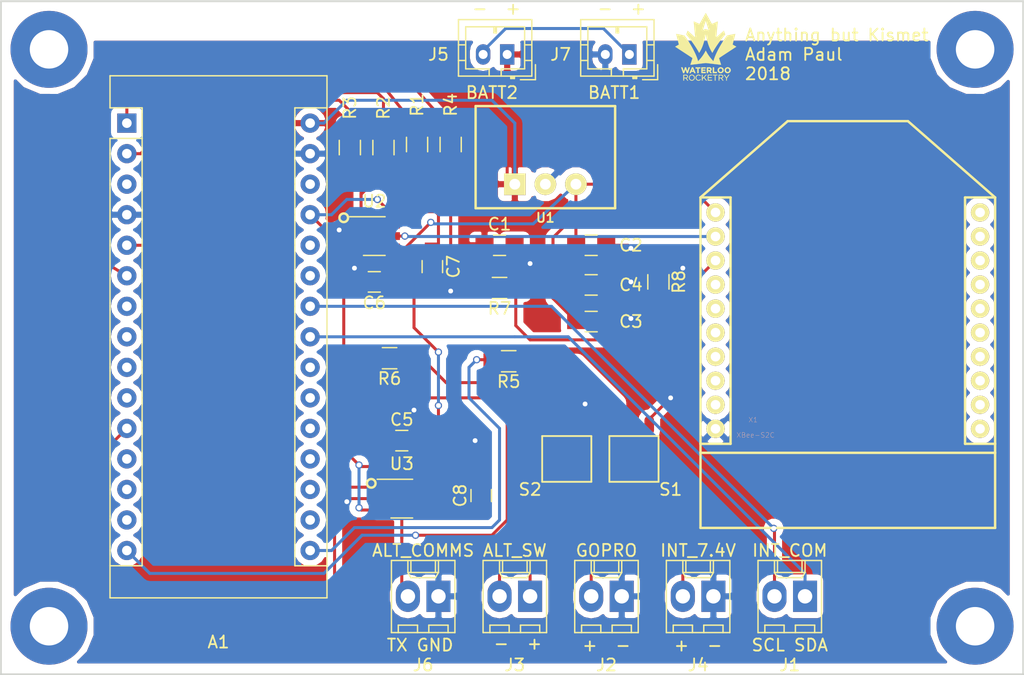
<source format=kicad_pcb>
(kicad_pcb (version 4) (host pcbnew 4.0.7)
  (layers (0 F.Cu signal) (31 B.Cu signal) (34 B.Paste user) (35 F.Paste user) (36 B.SilkS user) (37 F.SilkS user) (38 B.Mask user) (39 F.Mask user) (44 Edge.Cuts user))
  (net 0 "")
  (net 1 XBEE-DIN)
  (net 2 GND)
  (net 3 XBEE-DOUT)
  (net 4 "Net-(A1-Pad17)")
  (net 5 "Net-(A1-Pad18)")
  (net 6 "Net-(A1-Pad3)")
  (net 7 "Net-(A1-Pad19)")
  (net 8 "Net-(A1-Pad20)")
  (net 9 "Net-(A1-Pad5)")
  (net 10 "Net-(A1-Pad21)")
  (net 11 "Net-(A1-Pad6)")
  (net 12 "Net-(A1-Pad22)")
  (net 13 "Net-(A1-Pad7)")
  (net 14 "Net-(A1-Pad8)")
  (net 15 "Net-(A1-Pad9)")
  (net 16 "Net-(A1-Pad25)")
  (net 17 "Net-(A1-Pad10)")
  (net 18 "Net-(A1-Pad26)")
  (net 19 "Net-(A1-Pad12)")
  (net 20 "Net-(A1-Pad13)")
  (net 21 "Net-(A1-Pad14)")
  (net 22 7.4V)
  (net 23 GoPro_Power)
  (net 24 Stratologger_Switch+)
  (net 25 Stratologger_Switch-)
  (net 26 "Net-(X1-Pad4)")
  (net 27 "Net-(X1-Pad5)")
  (net 28 "Net-(X1-Pad6)")
  (net 29 "Net-(X1-Pad7)")
  (net 30 "Net-(X1-Pad8)")
  (net 31 "Net-(X1-Pad9)")
  (net 32 "Net-(X1-Pad11)")
  (net 33 "Net-(X1-Pad12)")
  (net 34 "Net-(X1-Pad13)")
  (net 35 "Net-(X1-Pad14)")
  (net 36 "Net-(X1-Pad15)")
  (net 37 "Net-(X1-Pad16)")
  (net 38 "Net-(X1-Pad17)")
  (net 39 "Net-(X1-Pad18)")
  (net 40 "Net-(X1-Pad19)")
  (net 41 "Net-(X1-Pad20)")
  (net 42 SDA)
  (net 43 SCL)
  (net 44 "Net-(A1-Pad1)")
  (net 45 "Net-(A1-Pad2)")
  (net 46 /Sheet5ABE85A8/A)
  (net 47 Stratologger_Relay)
  (net 48 Instr_Arduino_Relay)
  (net 49 3.3V)
  (net 50 Stratologger_TX)
  (net 51 "Net-(R5-Pad1)")
  (net 52 "Net-(R6-Pad1)")
  (net 53 "Net-(R7-Pad1)")
  (net 54 /Sheet5ABE85A8_2/A)
  (net 55 5V)
  (net 56 "Net-(J5-Pad2)")
  (module Mounting_Holes:MountingHole_3.2mm_M3_Pad (layer F.Cu) (at 87 98)
    (fp_text reference REF** hide)
    (fp_text value MountingHole_3.2mm_M3 hide)
    (pad 1 thru_hole circle (at 0 0) (size 6.4 6.4) (drill 3.2) (layers *.Cu *.Mask))
  )
  (module Mounting_Holes:MountingHole_3.2mm_M3_Pad (layer F.Cu) (at 87 146)
    (fp_text reference REF** hide)
    (fp_text value MountingHole_3.2mm_M3 hide)
    (pad 1 thru_hole circle (at 0 0) (size 6.4 6.4) (drill 3.2) (layers *.Cu *.Mask))
  )
  (module Mounting_Holes:MountingHole_3.2mm_M3_Pad (layer F.Cu) (at 164 146)
    (fp_text reference REF** hide)
    (fp_text value MountingHole_3.2mm_M3 hide)
    (pad 1 thru_hole circle (at 0 0) (size 6.4 6.4) (drill 3.2) (layers *.Cu *.Mask))
  )
  (module Resistors_SMD:R_0805_HandSoldering (layer F.Cu) (at 112.014 106.172 270)
    (fp_text reference R3 (at -3.302 0 270) (layer F.SilkS))
    (fp_text value 0 hide)
    (pad 1 smd rect (at -1.35 0 270) (size 1.5 1.3) (layers F.Cu F.Paste F.Mask) (net 9 "Net-(A1-Pad5)"))
    (pad 2 smd rect (at 1.35 0 270) (size 1.5 1.3) (layers F.Cu F.Paste F.Mask) (net 46 /Sheet5ABE85A8/A))
  )
  (module Resistors_SMD:R_0805_HandSoldering (layer F.Cu) (at 120.396 105.918 270)
    (fp_text reference R4 (at -3.302 0 270) (layer F.SilkS))
    (fp_text value 0 hide)
    (pad 1 smd rect (at -1.35 0 270) (size 1.5 1.3) (layers F.Cu F.Paste F.Mask) (net 11 "Net-(A1-Pad6)"))
    (pad 2 smd rect (at 1.35 0 270) (size 1.5 1.3) (layers F.Cu F.Paste F.Mask) (net 1 XBEE-DIN))
  )
  (module Modules:Arduino_Nano (layer F.Cu) (at 93.472 104.14)
    (fp_text reference A1 (at 7.62 43.18) (layer F.SilkS))
    (fp_text value Arduino_Nano hide)
    (pad 1 thru_hole rect (at 0 0) (size 1.6 1.6) (drill 0.8) (layers *.Cu *.Mask) (net 44 "Net-(A1-Pad1)"))
    (pad 17 thru_hole oval (at 15.24 33.02) (size 1.6 1.6) (drill 0.8) (layers *.Cu *.Mask) (net 4 "Net-(A1-Pad17)"))
    (pad 2 thru_hole oval (at 0 2.54) (size 1.6 1.6) (drill 0.8) (layers *.Cu *.Mask) (net 45 "Net-(A1-Pad2)"))
    (pad 18 thru_hole oval (at 15.24 30.48) (size 1.6 1.6) (drill 0.8) (layers *.Cu *.Mask) (net 5 "Net-(A1-Pad18)"))
    (pad 3 thru_hole oval (at 0 5.08) (size 1.6 1.6) (drill 0.8) (layers *.Cu *.Mask) (net 6 "Net-(A1-Pad3)"))
    (pad 19 thru_hole oval (at 15.24 27.94) (size 1.6 1.6) (drill 0.8) (layers *.Cu *.Mask) (net 7 "Net-(A1-Pad19)"))
    (pad 4 thru_hole oval (at 0 7.62) (size 1.6 1.6) (drill 0.8) (layers *.Cu *.Mask) (net 2 GND))
    (pad 20 thru_hole oval (at 15.24 25.4) (size 1.6 1.6) (drill 0.8) (layers *.Cu *.Mask) (net 8 "Net-(A1-Pad20)"))
    (pad 5 thru_hole oval (at 0 10.16) (size 1.6 1.6) (drill 0.8) (layers *.Cu *.Mask) (net 9 "Net-(A1-Pad5)"))
    (pad 21 thru_hole oval (at 15.24 22.86) (size 1.6 1.6) (drill 0.8) (layers *.Cu *.Mask) (net 10 "Net-(A1-Pad21)"))
    (pad 6 thru_hole oval (at 0 12.7) (size 1.6 1.6) (drill 0.8) (layers *.Cu *.Mask) (net 11 "Net-(A1-Pad6)"))
    (pad 22 thru_hole oval (at 15.24 20.32) (size 1.6 1.6) (drill 0.8) (layers *.Cu *.Mask) (net 12 "Net-(A1-Pad22)"))
    (pad 7 thru_hole oval (at 0 15.24) (size 1.6 1.6) (drill 0.8) (layers *.Cu *.Mask) (net 13 "Net-(A1-Pad7)"))
    (pad 23 thru_hole oval (at 15.24 17.78) (size 1.6 1.6) (drill 0.8) (layers *.Cu *.Mask) (net 42 SDA))
    (pad 8 thru_hole oval (at 0 17.78) (size 1.6 1.6) (drill 0.8) (layers *.Cu *.Mask) (net 14 "Net-(A1-Pad8)"))
    (pad 24 thru_hole oval (at 15.24 15.24) (size 1.6 1.6) (drill 0.8) (layers *.Cu *.Mask) (net 43 SCL))
    (pad 9 thru_hole oval (at 0 20.32) (size 1.6 1.6) (drill 0.8) (layers *.Cu *.Mask) (net 15 "Net-(A1-Pad9)"))
    (pad 25 thru_hole oval (at 15.24 12.7) (size 1.6 1.6) (drill 0.8) (layers *.Cu *.Mask) (net 16 "Net-(A1-Pad25)"))
    (pad 10 thru_hole oval (at 0 22.86) (size 1.6 1.6) (drill 0.8) (layers *.Cu *.Mask) (net 17 "Net-(A1-Pad10)"))
    (pad 26 thru_hole oval (at 15.24 10.16) (size 1.6 1.6) (drill 0.8) (layers *.Cu *.Mask) (net 18 "Net-(A1-Pad26)"))
    (pad 11 thru_hole oval (at 0 25.4) (size 1.6 1.6) (drill 0.8) (layers *.Cu *.Mask) (net 54 /Sheet5ABE85A8_2/A))
    (pad 27 thru_hole oval (at 15.24 7.62) (size 1.6 1.6) (drill 0.8) (layers *.Cu *.Mask) (net 55 5V))
    (pad 12 thru_hole oval (at 0 27.94) (size 1.6 1.6) (drill 0.8) (layers *.Cu *.Mask) (net 19 "Net-(A1-Pad12)"))
    (pad 28 thru_hole oval (at 15.24 5.08) (size 1.6 1.6) (drill 0.8) (layers *.Cu *.Mask))
    (pad 13 thru_hole oval (at 0 30.48) (size 1.6 1.6) (drill 0.8) (layers *.Cu *.Mask) (net 20 "Net-(A1-Pad13)"))
    (pad 29 thru_hole oval (at 15.24 2.54) (size 1.6 1.6) (drill 0.8) (layers *.Cu *.Mask) (net 2 GND))
    (pad 14 thru_hole oval (at 0 33.02) (size 1.6 1.6) (drill 0.8) (layers *.Cu *.Mask) (net 21 "Net-(A1-Pad14)"))
    (pad 30 thru_hole oval (at 15.24 0) (size 1.6 1.6) (drill 0.8) (layers *.Cu *.Mask) (net 22 7.4V))
    (pad 15 thru_hole oval (at 0 35.56) (size 1.6 1.6) (drill 0.8) (layers *.Cu *.Mask) (net 47 Stratologger_Relay))
    (pad 16 thru_hole oval (at 15.24 35.56) (size 1.6 1.6) (drill 0.8) (layers *.Cu *.Mask) (net 48 Instr_Arduino_Relay))
  )
  (module Capacitors_SMD:C_0805_HandSoldering (layer F.Cu) (at 124.46 114.3)
    (fp_text reference C1 (at 0 -1.75) (layer F.SilkS))
    (fp_text value 10uF hide)
    (pad 1 smd rect (at -1.25 0) (size 1.5 1.25) (layers F.Cu F.Paste F.Mask) (net 22 7.4V))
    (pad 2 smd rect (at 1.25 0) (size 1.5 1.25) (layers F.Cu F.Paste F.Mask) (net 2 GND))
  )
  (module Capacitors_SMD:C_0805_HandSoldering (layer F.Cu) (at 132.08 114.3)
    (fp_text reference C2 (at 3.302 0) (layer F.SilkS))
    (fp_text value 10uF hide)
    (pad 1 smd rect (at -1.25 0) (size 1.5 1.25) (layers F.Cu F.Paste F.Mask) (net 49 3.3V))
    (pad 2 smd rect (at 1.25 0) (size 1.5 1.25) (layers F.Cu F.Paste F.Mask) (net 2 GND))
  )
  (module Resistors_SMD:R_0805_HandSoldering (layer F.Cu) (at 117.602 105.918 270)
    (fp_text reference R1 (at -3.302 0 270) (layer F.SilkS))
    (fp_text value 0 hide)
    (pad 1 smd rect (at -1.35 0 270) (size 1.5 1.3) (layers F.Cu F.Paste F.Mask) (net 44 "Net-(A1-Pad1)"))
    (pad 2 smd rect (at 1.35 0 270) (size 1.5 1.3) (layers F.Cu F.Paste F.Mask) (net 1 XBEE-DIN))
  )
  (module Resistors_SMD:R_0805_HandSoldering (layer F.Cu) (at 114.808 106.172 270)
    (fp_text reference R2 (at -3.302 0 270) (layer F.SilkS))
    (fp_text value 0 hide)
    (pad 1 smd rect (at -1.35 0 270) (size 1.5 1.3) (layers F.Cu F.Paste F.Mask) (net 45 "Net-(A1-Pad2)"))
    (pad 2 smd rect (at 1.35 0 270) (size 1.5 1.3) (layers F.Cu F.Paste F.Mask) (net 46 /Sheet5ABE85A8/A))
  )
  (module SparkFun-RF:SIP3 (layer F.Cu) (at 128.27 109.22)
    (fp_text reference U1 (at 0 2.794) (layer F.SilkS) (effects (font (size 0.762 0.762) (thickness 0.1524))))
    (fp_text value R-78E3.3-0.5 hide)
    (pad 3 thru_hole circle (at 2.54 0) (size 1.8 1.8) (drill 0.9) (layers *.Cu *.Mask F.SilkS) (net 49 3.3V))
    (pad 1 thru_hole rect (at -2.54 0) (size 1.8 1.8) (drill 0.9) (layers *.Cu *.Mask F.SilkS) (net 22 7.4V))
    (pad 2 thru_hole circle (at 0 0) (size 1.8 1.8) (drill 0.9) (layers *.Cu *.Mask F.SilkS) (net 2 GND))
  )
  (module Downloads:logo6 (layer F.Cu) (at 141.605 97.79)
    (fp_text reference G*** hide)
    (fp_text value LOGO hide)
  )
  (module PayloadBoards:CPC1002NTR (layer F.Cu) (at 135.636 132.08)
    (fp_text reference S1 hide)
    (fp_text value CPC1002N hide)
    (pad 2 smd oval (at 1.27 -2.8) (size 0.8 1.6) (layers F.Cu F.Paste F.Mask) (net 2 GND))
    (pad 1 smd oval (at -1.27 -2.8) (size 0.8 1.6) (layers F.Cu F.Paste F.Mask) (net 51 "Net-(R5-Pad1)"))
    (pad 4 smd oval (at 1.27 2.8) (size 0.8 1.6) (layers F.Cu F.Paste F.Mask) (net 22 7.4V))
    (pad 3 smd oval (at -1.27 2.8) (size 0.8 1.6) (layers F.Cu F.Paste F.Mask) (net 23 GoPro_Power))
  )
  (module PayloadBoards:CPC1002NTR (layer F.Cu) (at 130.048 132.08)
    (fp_text reference S2 hide)
    (fp_text value CPC1002N hide)
    (pad 2 smd oval (at 1.27 -2.8) (size 0.8 1.6) (layers F.Cu F.Paste F.Mask) (net 2 GND))
    (pad 1 smd oval (at -1.27 -2.8) (size 0.8 1.6) (layers F.Cu F.Paste F.Mask) (net 52 "Net-(R6-Pad1)"))
    (pad 4 smd oval (at 1.27 2.8) (size 0.8 1.6) (layers F.Cu F.Paste F.Mask) (net 24 Stratologger_Switch+))
    (pad 3 smd oval (at -1.27 2.8) (size 0.8 1.6) (layers F.Cu F.Paste F.Mask) (net 25 Stratologger_Switch-))
  )
  (module Capacitors_SMD:C_0805_HandSoldering (layer F.Cu) (at 132.08 120.65)
    (fp_text reference C3 (at 3.302 0) (layer F.SilkS))
    (fp_text value 1uF hide)
    (pad 1 smd rect (at -1.25 0) (size 1.5 1.25) (layers F.Cu F.Paste F.Mask) (net 49 3.3V))
    (pad 2 smd rect (at 1.25 0) (size 1.5 1.25) (layers F.Cu F.Paste F.Mask) (net 2 GND))
  )
  (module Capacitors_SMD:C_0805_HandSoldering (layer F.Cu) (at 132.08 117.602)
    (fp_text reference C4 (at 3.302 0) (layer F.SilkS))
    (fp_text value 8.2pF hide)
    (pad 1 smd rect (at -1.25 0) (size 1.5 1.25) (layers F.Cu F.Paste F.Mask) (net 49 3.3V))
    (pad 2 smd rect (at 1.25 0) (size 1.5 1.25) (layers F.Cu F.Paste F.Mask) (net 2 GND))
  )
  (module Resistors_SMD:R_0805_HandSoldering (layer F.Cu) (at 125.222 123.952 180)
    (fp_text reference R5 (at 0 -1.7 180) (layer F.SilkS))
    (fp_text value 1.2k hide)
    (pad 1 smd rect (at -1.35 0 180) (size 1.5 1.3) (layers F.Cu F.Paste F.Mask) (net 51 "Net-(R5-Pad1)"))
    (pad 2 smd rect (at 1.35 0 180) (size 1.5 1.3) (layers F.Cu F.Paste F.Mask) (net 48 Instr_Arduino_Relay))
  )
  (module Resistors_SMD:R_0805_HandSoldering (layer F.Cu) (at 115.316 123.698 180)
    (fp_text reference R6 (at 0 -1.7 180) (layer F.SilkS))
    (fp_text value 1.2k hide)
    (pad 1 smd rect (at -1.35 0 180) (size 1.5 1.3) (layers F.Cu F.Paste F.Mask) (net 52 "Net-(R6-Pad1)"))
    (pad 2 smd rect (at 1.35 0 180) (size 1.5 1.3) (layers F.Cu F.Paste F.Mask) (net 47 Stratologger_Relay))
  )
  (module Resistors_SMD:R_0805_HandSoldering (layer F.Cu) (at 124.46 117.856 180)
    (fp_text reference R7 (at 0 -1.7 180) (layer F.SilkS))
    (fp_text value 2k hide)
    (pad 1 smd rect (at -1.35 0 180) (size 1.5 1.3) (layers F.Cu F.Paste F.Mask) (net 53 "Net-(R7-Pad1)"))
    (pad 2 smd rect (at 1.35 0 180) (size 1.5 1.3) (layers F.Cu F.Paste F.Mask) (net 1 XBEE-DIN))
  )
  (module Resistors_SMD:R_0805_HandSoldering (layer F.Cu) (at 137.668 117.348 270)
    (fp_text reference R8 (at 0 -1.7 270) (layer F.SilkS))
    (fp_text value 3k hide)
    (pad 1 smd rect (at -1.35 0 270) (size 1.5 1.3) (layers F.Cu F.Paste F.Mask) (net 2 GND))
    (pad 2 smd rect (at 1.35 0 270) (size 1.5 1.3) (layers F.Cu F.Paste F.Mask) (net 53 "Net-(R7-Pad1)"))
  )
  (module Connectors_Molex:Molex_KK-6410-02_02x2.54mm_Straight (layer F.Cu) (at 149.86 143.51 180)
    (fp_text reference J1 (at 1.27 -5.715 180) (layer F.SilkS))
    (fp_text value Conn_01x02 hide)
    (pad 1 thru_hole rect (at 0 0 180) (size 2 2.6) (drill 1.2) (layers *.Cu *.Mask) (net 42 SDA))
    (pad 2 thru_hole oval (at 2.54 0 180) (size 2 2.6) (drill 1.2) (layers *.Cu *.Mask) (net 43 SCL))
  )
  (module Connectors_Molex:Molex_KK-6410-02_02x2.54mm_Straight (layer F.Cu) (at 134.62 143.51 180)
    (fp_text reference J2 (at 1.27 -5.715 180) (layer F.SilkS))
    (fp_text value Conn_01x02 hide)
    (pad 1 thru_hole rect (at 0 0 180) (size 2 2.6) (drill 1.2) (layers *.Cu *.Mask) (net 2 GND))
    (pad 2 thru_hole oval (at 2.54 0 180) (size 2 2.6) (drill 1.2) (layers *.Cu *.Mask) (net 23 GoPro_Power))
  )
  (module Connectors_Molex:Molex_KK-6410-02_02x2.54mm_Straight (layer F.Cu) (at 127 143.51 180)
    (fp_text reference J3 (at 1.27 -5.715 180) (layer F.SilkS))
    (fp_text value Conn_01x02 hide)
    (pad 1 thru_hole rect (at 0 0 180) (size 2 2.6) (drill 1.2) (layers *.Cu *.Mask) (net 24 Stratologger_Switch+))
    (pad 2 thru_hole oval (at 2.54 0 180) (size 2 2.6) (drill 1.2) (layers *.Cu *.Mask) (net 25 Stratologger_Switch-))
  )
  (module Connectors_Molex:Molex_KK-6410-02_02x2.54mm_Straight (layer F.Cu) (at 142.24 143.51 180)
    (fp_text reference J4 (at 1.27 -5.715 180) (layer F.SilkS))
    (fp_text value Conn_01x02 hide)
    (pad 1 thru_hole rect (at 0 0 180) (size 2 2.6) (drill 1.2) (layers *.Cu *.Mask) (net 2 GND))
    (pad 2 thru_hole oval (at 2.54 0 180) (size 2 2.6) (drill 1.2) (layers *.Cu *.Mask) (net 23 GoPro_Power))
  )
  (module Connectors_Molex:Molex_KK-6410-02_02x2.54mm_Straight (layer F.Cu) (at 119.38 143.51 180)
    (fp_text reference J6 (at 1.27 -5.715 180) (layer F.SilkS))
    (fp_text value Conn_01x02 hide)
    (pad 1 thru_hole rect (at 0 0 180) (size 2 2.6) (drill 1.2) (layers *.Cu *.Mask) (net 2 GND))
    (pad 2 thru_hole oval (at 2.54 0 180) (size 2 2.6) (drill 1.2) (layers *.Cu *.Mask) (net 50 Stratologger_TX))
  )
  (module SparkFun-RF:XBEE-1 (layer F.Cu) (at 153.416 131.572)
    (fp_text reference X1 (at -7.874 -2.7432) (layer B.SilkS) (effects (font (size 0.4064 0.4064) (thickness 0.0254))))
    (fp_text value XBee-S2C (at -7.6708 -1.4732) (layer B.SilkS) (effects (font (size 0.4064 0.4064) (thickness 0.0254))))
    (pad 1 thru_hole circle (at -10.9982 -19.99996) (size 1.524 1.524) (drill 0.79756) (layers *.Cu F.Paste F.SilkS F.Mask) (net 49 3.3V))
    (pad 2 thru_hole circle (at -10.9982 -17.99844) (size 1.524 1.524) (drill 0.79756) (layers *.Cu F.Paste F.SilkS F.Mask) (net 3 XBEE-DOUT))
    (pad 3 thru_hole circle (at -10.9982 -15.99946) (size 1.524 1.524) (drill 0.79756) (layers *.Cu F.Paste F.SilkS F.Mask) (net 53 "Net-(R7-Pad1)"))
    (pad 4 thru_hole circle (at -10.9982 -13.99794) (size 1.524 1.524) (drill 0.79756) (layers *.Cu F.Paste F.SilkS F.Mask) (net 26 "Net-(X1-Pad4)"))
    (pad 5 thru_hole circle (at -10.9982 -11.99896) (size 1.524 1.524) (drill 0.79756) (layers *.Cu F.Paste F.SilkS F.Mask) (net 27 "Net-(X1-Pad5)"))
    (pad 6 thru_hole circle (at -10.9982 -9.99998) (size 1.524 1.524) (drill 0.79756) (layers *.Cu F.Paste F.SilkS F.Mask) (net 28 "Net-(X1-Pad6)"))
    (pad 7 thru_hole circle (at -10.9982 -7.99846) (size 1.524 1.524) (drill 0.79756) (layers *.Cu F.Paste F.SilkS F.Mask) (net 29 "Net-(X1-Pad7)"))
    (pad 8 thru_hole circle (at -10.9982 -5.99948) (size 1.524 1.524) (drill 0.79756) (layers *.Cu F.Paste F.SilkS F.Mask) (net 30 "Net-(X1-Pad8)"))
    (pad 9 thru_hole circle (at -10.9982 -3.99796) (size 1.524 1.524) (drill 0.79756) (layers *.Cu F.Paste F.SilkS F.Mask) (net 31 "Net-(X1-Pad9)"))
    (pad 10 thru_hole circle (at -10.9982 -1.99898) (size 1.524 1.524) (drill 0.79756) (layers *.Cu F.Paste F.SilkS F.Mask) (net 2 GND))
    (pad 11 thru_hole circle (at 10.9982 -1.99898) (size 1.524 1.524) (drill 0.79756) (layers *.Cu F.Paste F.SilkS F.Mask) (net 32 "Net-(X1-Pad11)"))
    (pad 12 thru_hole circle (at 10.9982 -3.99796) (size 1.524 1.524) (drill 0.79756) (layers *.Cu F.Paste F.SilkS F.Mask) (net 33 "Net-(X1-Pad12)"))
    (pad 13 thru_hole circle (at 10.9982 -5.99948) (size 1.524 1.524) (drill 0.79756) (layers *.Cu F.Paste F.SilkS F.Mask) (net 34 "Net-(X1-Pad13)"))
    (pad 14 thru_hole circle (at 10.9982 -7.99846) (size 1.524 1.524) (drill 0.79756) (layers *.Cu F.Paste F.SilkS F.Mask) (net 35 "Net-(X1-Pad14)"))
    (pad 15 thru_hole circle (at 10.9982 -9.99998) (size 1.524 1.524) (drill 0.79756) (layers *.Cu F.Paste F.SilkS F.Mask) (net 36 "Net-(X1-Pad15)"))
    (pad 16 thru_hole circle (at 10.9982 -11.99896) (size 1.524 1.524) (drill 0.79756) (layers *.Cu F.Paste F.SilkS F.Mask) (net 37 "Net-(X1-Pad16)"))
    (pad 17 thru_hole circle (at 10.9982 -13.99794) (size 1.524 1.524) (drill 0.79756) (layers *.Cu F.Paste F.SilkS F.Mask) (net 38 "Net-(X1-Pad17)"))
    (pad 18 thru_hole circle (at 10.9982 -15.99946) (size 1.524 1.524) (drill 0.79756) (layers *.Cu F.Paste F.SilkS F.Mask) (net 39 "Net-(X1-Pad18)"))
    (pad 19 thru_hole circle (at 10.9982 -17.99844) (size 1.524 1.524) (drill 0.79756) (layers *.Cu F.Paste F.SilkS F.Mask) (net 40 "Net-(X1-Pad19)"))
    (pad 20 thru_hole circle (at 10.9982 -19.99996) (size 1.524 1.524) (drill 0.79756) (layers *.Cu F.Paste F.SilkS F.Mask) (net 41 "Net-(X1-Pad20)"))
  )
  (module Capacitors_SMD:C_0805_HandSoldering (layer F.Cu) (at 116.332 130.556)
    (fp_text reference C5 (at 0 -1.75) (layer F.SilkS))
    (fp_text value 0.1uF hide)
    (pad 1 smd rect (at -1.25 0) (size 1.5 1.25) (layers F.Cu F.Paste F.Mask) (net 55 5V))
    (pad 2 smd rect (at 1.25 0) (size 1.5 1.25) (layers F.Cu F.Paste F.Mask) (net 2 GND))
  )
  (module Capacitors_SMD:C_0805_HandSoldering (layer F.Cu) (at 114.046 117.348 180)
    (fp_text reference C6 (at 0 -1.75 180) (layer F.SilkS))
    (fp_text value 0.1uF hide)
    (pad 1 smd rect (at -1.25 0 180) (size 1.5 1.25) (layers F.Cu F.Paste F.Mask) (net 49 3.3V))
    (pad 2 smd rect (at 1.25 0 180) (size 1.5 1.25) (layers F.Cu F.Paste F.Mask) (net 2 GND))
  )
  (module Capacitors_SMD:C_0805_HandSoldering (layer F.Cu) (at 118.872 116.078 270)
    (fp_text reference C7 (at 0 -1.75 270) (layer F.SilkS))
    (fp_text value 0.1uF hide)
    (pad 1 smd rect (at -1.25 0 270) (size 1.5 1.25) (layers F.Cu F.Paste F.Mask) (net 55 5V))
    (pad 2 smd rect (at 1.25 0 270) (size 1.5 1.25) (layers F.Cu F.Paste F.Mask) (net 2 GND))
  )
  (module Capacitors_SMD:C_0805_HandSoldering (layer F.Cu) (at 122.936 135.128 90)
    (fp_text reference C8 (at 0 -1.75 90) (layer F.SilkS))
    (fp_text value 0.1uF hide)
    (pad 1 smd rect (at -1.25 0 90) (size 1.5 1.25) (layers F.Cu F.Paste F.Mask) (net 49 3.3V))
    (pad 2 smd rect (at 1.25 0 90) (size 1.5 1.25) (layers F.Cu F.Paste F.Mask) (net 2 GND))
  )
  (module TO_SOT_Packages_SMD:SOT-23-6_Handsoldering (layer F.Cu) (at 114.046 113.538)
    (fp_text reference U2 (at 0 -2.9) (layer F.SilkS))
    (fp_text value PI4ULS5V201TAEX-RESCUE-instrumentation_board hide)
    (pad 1 smd rect (at -1.35 -0.95) (size 1.56 0.65) (layers F.Cu F.Paste F.Mask) (net 46 /Sheet5ABE85A8/A))
    (pad 2 smd rect (at -1.35 0) (size 1.56 0.65) (layers F.Cu F.Paste F.Mask) (net 2 GND))
    (pad 3 smd rect (at -1.35 0.95) (size 1.56 0.65) (layers F.Cu F.Paste F.Mask) (net 55 5V))
    (pad 4 smd rect (at 1.35 0.95) (size 1.56 0.65) (layers F.Cu F.Paste F.Mask) (net 49 3.3V))
    (pad 6 smd rect (at 1.35 -0.95) (size 1.56 0.65) (layers F.Cu F.Paste F.Mask) (net 55 5V))
    (pad 5 smd rect (at 1.35 0) (size 1.56 0.65) (layers F.Cu F.Paste F.Mask) (net 3 XBEE-DOUT))
  )
  (module TO_SOT_Packages_SMD:SOT-23-6_Handsoldering (layer F.Cu) (at 116.332 135.382)
    (fp_text reference U3 (at 0 -2.9) (layer F.SilkS))
    (fp_text value PI4ULS5V201TAEX-RESCUE-instrumentation_board hide)
    (pad 1 smd rect (at -1.35 -0.95) (size 1.56 0.65) (layers F.Cu F.Paste F.Mask) (net 54 /Sheet5ABE85A8_2/A))
    (pad 2 smd rect (at -1.35 0) (size 1.56 0.65) (layers F.Cu F.Paste F.Mask) (net 2 GND))
    (pad 3 smd rect (at -1.35 0.95) (size 1.56 0.65) (layers F.Cu F.Paste F.Mask) (net 55 5V))
    (pad 4 smd rect (at 1.35 0.95) (size 1.56 0.65) (layers F.Cu F.Paste F.Mask) (net 49 3.3V))
    (pad 6 smd rect (at 1.35 -0.95) (size 1.56 0.65) (layers F.Cu F.Paste F.Mask) (net 55 5V))
    (pad 5 smd rect (at 1.35 0) (size 1.56 0.65) (layers F.Cu F.Paste F.Mask) (net 50 Stratologger_TX))
  )
  (module Mounting_Holes:MountingHole_3.2mm_M3_Pad (layer F.Cu) (at 164 98)
    (fp_text reference REF** hide)
    (fp_text value MountingHole_3.2mm_M3 hide)
    (pad 1 thru_hole circle (at 0 0) (size 6.4 6.4) (drill 3.2) (layers *.Cu *.Mask))
  )
  (module Connectors_JST:JST_PH_B2B-PH-K_02x2.00mm_Straight (layer F.Cu) (at 125.095 98.425 180)
    (fp_text reference J5 (at 5.715 0 180) (layer F.SilkS))
    (fp_text value Conn_01x02 hide)
    (pad 1 thru_hole rect (at 0 0 180) (size 1.2 1.7) (drill 0.75) (layers *.Cu *.Mask) (net 22 7.4V))
    (pad 2 thru_hole oval (at 2 0 180) (size 1.2 1.7) (drill 0.75) (layers *.Cu *.Mask) (net 56 "Net-(J5-Pad2)"))
  )
  (module Connectors_JST:JST_PH_B2B-PH-K_02x2.00mm_Straight (layer F.Cu) (at 135.255 98.425 180)
    (fp_text reference J7 (at 5.715 0 180) (layer F.SilkS))
    (fp_text value Conn_01x02 hide)
    (pad 1 thru_hole rect (at 0 0 180) (size 1.2 1.7) (drill 0.75) (layers *.Cu *.Mask) (net 56 "Net-(J5-Pad2)"))
    (pad 2 thru_hole oval (at 2 0 180) (size 1.2 1.7) (drill 0.75) (layers *.Cu *.Mask) (net 2 GND))
  )
  (gr_text "+  -\n" (at 134.62 94.742 180) (layer F.SilkS) (effects (font (size 1 1))))
  (gr_text BATT2 (at 123.825 101.6) (layer F.SilkS) (effects (font (size 1 1))))
  (gr_text "SCL SDA" (at 148.59 147.574) (layer F.SilkS) (effects (font (size 1 1))))
  (gr_circle (center 111.506 112.014) (end 111.252 112.268) (layer F.SilkS) (width 0.2))
  (gr_circle (center 113.792 134.112) (end 113.538 134.366) (layer F.SilkS) (width 0.2))
  (gr_text "TX GND" (at 117.856 147.574) (layer F.SilkS) (effects (font (size 1 1))))
  (gr_text ALT_COMMS (at 118.11 139.7) (layer F.SilkS) (effects (font (size 1 1))))
  (gr_text ALT_SW (at 125.73 139.7) (layer F.SilkS) (effects (font (size 1 1))))
  (gr_text GOPRO (at 133.35 139.7) (layer F.SilkS) (effects (font (size 1 1))))
  (gr_text INT_7.4V (at 140.97 139.7) (layer F.SilkS) (effects (font (size 1 1))))
  (gr_text INT_COM (at 148.59 139.7) (layer F.SilkS) (effects (font (size 1 1))))
  (gr_text BATT1 (at 133.985 101.6) (layer F.SilkS) (effects (font (size 1 1))))
  (gr_line (start 83 150) (end 168 150) (angle 90) (layer Edge.Cuts) (width 0.15))
  (gr_line (start 83 150) (end 83 94) (angle 90) (layer Edge.Cuts) (width 0.15))
  (gr_line (start 168 94) (end 168 150) (angle 90) (layer Edge.Cuts) (width 0.15))
  (gr_line (start 83 94) (end 168 94) (angle 90) (layer Edge.Cuts) (width 0.15))
  (gr_text "+  -\n" (at 133.35 147.574) (layer F.SilkS) (effects (font (size 1 1))))
  (gr_text "+  -\n" (at 140.97 147.574) (layer F.SilkS) (effects (font (size 1 1))))
  (gr_text "+  -\n" (at 124.206 94.742 180) (layer F.SilkS) (effects (font (size 1 1))))
  (gr_text "+  -\n" (at 125.984 147.574 180) (layer F.SilkS) (effects (font (size 1 1))))
  (gr_text "Anything but Kismet\nAdam Paul\n2018" (at 144.78 98.425) (layer F.SilkS) (effects (font (size 1 1)) (justify left)))
  (gr_text S1 (at 138.684 134.62) (layer F.SilkS) (effects (font (size 1 1))))
  (gr_text S2 (at 127 134.62) (layer F.SilkS) (effects (font (size 1 1))))
  (segment (start 120.396 110.49) (end 119.38 110.49) (width 0.25) (layer F.Cu) (net 1))
  (segment (start 117.602 108.712) (end 117.602 107.268) (width 0.25) (layer F.Cu) (net 1))
  (segment (start 119.38 110.49) (end 117.602 108.712) (width 0.25) (layer F.Cu) (net 1))
  (segment (start 120.396 107.268) (end 120.396 110.49) (width 0.25) (layer F.Cu) (net 1))
  (segment (start 120.396 110.49) (end 120.396 115.142) (width 0.25) (layer F.Cu) (net 1))
  (segment (start 120.396 115.142) (end 123.11 117.856) (width 0.25) (layer F.Cu) (net 1))
  (segment (start 133.33 114.3) (end 135.128 114.3) (width 0.25) (layer F.Cu) (net 2))
  (via (at 135.382 114.554) (size 0.6) (drill 0.4) (layers F.Cu B.Cu) (net 2))
  (segment (start 135.128 114.3) (end 135.382 114.554) (width 0.25) (layer F.Cu) (net 2))
  (segment (start 133.33 117.602) (end 135.128 117.602) (width 0.25) (layer F.Cu) (net 2))
  (via (at 135.382 117.348) (size 0.6) (drill 0.4) (layers F.Cu B.Cu) (net 2))
  (segment (start 135.128 117.602) (end 135.382 117.348) (width 0.25) (layer F.Cu) (net 2))
  (segment (start 133.33 120.65) (end 135.128 120.65) (width 0.25) (layer F.Cu) (net 2))
  (via (at 135.382 120.396) (size 0.6) (drill 0.4) (layers F.Cu B.Cu) (net 2))
  (segment (start 135.128 120.65) (end 135.382 120.396) (width 0.25) (layer F.Cu) (net 2))
  (segment (start 112.796 117.348) (end 112.796 116.606) (width 0.25) (layer F.Cu) (net 2))
  (via (at 112.395 116.205) (size 0.6) (drill 0.4) (layers F.Cu B.Cu) (net 2))
  (segment (start 112.796 116.606) (end 112.395 116.205) (width 0.25) (layer F.Cu) (net 2))
  (segment (start 118.872 117.328) (end 119.614 117.328) (width 0.25) (layer F.Cu) (net 2))
  (via (at 120.396 118.11) (size 0.6) (drill 0.4) (layers F.Cu B.Cu) (net 2))
  (segment (start 119.614 117.328) (end 120.396 118.11) (width 0.25) (layer F.Cu) (net 2))
  (segment (start 122.936 133.878) (end 122.936 131.064) (width 0.25) (layer F.Cu) (net 2))
  (via (at 122.428 130.556) (size 0.6) (drill 0.4) (layers F.Cu B.Cu) (net 2))
  (segment (start 122.936 131.064) (end 122.428 130.556) (width 0.25) (layer F.Cu) (net 2))
  (segment (start 117.582 130.556) (end 117.582 128.25) (width 0.25) (layer F.Cu) (net 2))
  (via (at 117.348 128.016) (size 0.6) (drill 0.4) (layers F.Cu B.Cu) (net 2))
  (segment (start 117.582 128.25) (end 117.348 128.016) (width 0.25) (layer F.Cu) (net 2))
  (segment (start 114.982 135.382) (end 112.014 135.382) (width 0.25) (layer F.Cu) (net 2))
  (via (at 111.76 135.636) (size 0.6) (drill 0.4) (layers F.Cu B.Cu) (net 2))
  (segment (start 112.014 135.382) (end 111.76 135.636) (width 0.25) (layer F.Cu) (net 2))
  (segment (start 131.318 129.28) (end 131.318 127.762) (width 0.25) (layer F.Cu) (net 2))
  (via (at 131.572 127.508) (size 0.6) (drill 0.4) (layers F.Cu B.Cu) (net 2))
  (segment (start 131.318 127.762) (end 131.572 127.508) (width 0.25) (layer F.Cu) (net 2))
  (via (at 138.684 127) (size 0.6) (drill 0.4) (layers F.Cu B.Cu) (net 2))
  (segment (start 136.906 128.778) (end 138.684 127) (width 0.25) (layer F.Cu) (net 2))
  (segment (start 136.906 129.28) (end 136.906 128.778) (width 0.25) (layer F.Cu) (net 2))
  (segment (start 125.71 114.3) (end 125.71 114.534) (width 0.25) (layer F.Cu) (net 2))
  (segment (start 125.71 114.534) (end 127 115.824) (width 0.25) (layer F.Cu) (net 2))
  (via (at 127 115.824) (size 0.6) (drill 0.4) (layers F.Cu B.Cu) (net 2))
  (segment (start 137.668 115.998) (end 139.493 115.998) (width 0.25) (layer F.Cu) (net 2))
  (via (at 139.7 116.205) (size 0.6) (drill 0.4) (layers F.Cu B.Cu) (net 2))
  (segment (start 139.493 115.998) (end 139.7 116.205) (width 0.25) (layer F.Cu) (net 2))
  (segment (start 137.08 116.586) (end 137.668 115.998) (width 0.25) (layer F.Cu) (net 2))
  (segment (start 112.946 113.538) (end 111.633 113.538) (width 0.25) (layer F.Cu) (net 2))
  (via (at 111.125 113.03) (size 0.6) (drill 0.4) (layers F.Cu B.Cu) (net 2))
  (segment (start 111.633 113.538) (end 111.125 113.03) (width 0.25) (layer F.Cu) (net 2))
  (segment (start 116.62156 113.57356) (end 142.4178 113.57356) (width 0.25) (layer B.Cu) (net 3))
  (segment (start 116.586 113.538) (end 116.62156 113.57356) (width 0.25) (layer B.Cu) (net 3))
  (via (at 116.586 113.538) (size 0.6) (drill 0.4) (layers F.Cu B.Cu) (net 3))
  (segment (start 115.146 113.538) (end 116.586 113.538) (width 0.25) (layer F.Cu) (net 3))
  (segment (start 112.014 104.822) (end 112.014 103.124) (width 0.25) (layer F.Cu) (net 9))
  (segment (start 95.25 114.3) (end 93.472 114.3) (width 0.25) (layer F.Cu) (net 9))
  (segment (start 95.885 113.665) (end 95.25 114.3) (width 0.25) (layer F.Cu) (net 9))
  (segment (start 95.885 102.87) (end 95.885 113.665) (width 0.25) (layer F.Cu) (net 9))
  (segment (start 96.52 102.235) (end 95.885 102.87) (width 0.25) (layer F.Cu) (net 9))
  (segment (start 111.125 102.235) (end 96.52 102.235) (width 0.25) (layer F.Cu) (net 9))
  (segment (start 112.014 103.124) (end 111.125 102.235) (width 0.25) (layer F.Cu) (net 9))
  (segment (start 112.014 104.822) (end 112.014 104.14) (width 0.25) (layer F.Cu) (net 9))
  (segment (start 93.472 116.84) (end 93.472 116.84) (width 0.25) (layer F.Cu) (net 11))
  (segment (start 116.84 100.584) (end 120.396 104.568) (width 0.25) (layer F.Cu) (net 11))
  (segment (start 92.964 100.584) (end 116.84 100.584) (width 0.25) (layer F.Cu) (net 11))
  (segment (start 90.932 102.616) (end 92.964 100.584) (width 0.25) (layer F.Cu) (net 11))
  (segment (start 90.932 115.316) (end 90.932 102.616) (width 0.25) (layer F.Cu) (net 11))
  (segment (start 93.472 116.84) (end 90.932 115.316) (width 0.25) (layer F.Cu) (net 11))
  (segment (start 125.095 98.425) (end 125.095 108.585) (width 0.25) (layer F.Cu) (net 22))
  (segment (start 125.095 108.585) (end 125.73 109.22) (width 0.25) (layer F.Cu) (net 22))
  (segment (start 108.712 104.14) (end 109.855 104.14) (width 0.25) (layer B.Cu) (net 22))
  (segment (start 125.73 104.14) (end 125.73 109.22) (width 0.25) (layer B.Cu) (net 22))
  (segment (start 123.825 102.235) (end 125.73 104.14) (width 0.25) (layer B.Cu) (net 22))
  (segment (start 111.76 102.235) (end 123.825 102.235) (width 0.25) (layer B.Cu) (net 22))
  (segment (start 109.855 104.14) (end 111.76 102.235) (width 0.25) (layer B.Cu) (net 22))
  (segment (start 134.366 138.684) (end 134.366 134.88) (width 0.25) (layer F.Cu) (net 23))
  (segment (start 132.08 143.51) (end 132.08 139.7) (width 0.25) (layer F.Cu) (net 23))
  (segment (start 132.08 139.7) (end 133.096 138.684) (width 0.25) (layer F.Cu) (net 23))
  (segment (start 137.414 138.684) (end 138.684 138.684) (width 0.25) (layer F.Cu) (net 23))
  (segment (start 139.7 139.7) (end 139.7 140.97) (width 0.25) (layer F.Cu) (net 23))
  (segment (start 138.684 138.684) (end 139.7 139.7) (width 0.25) (layer F.Cu) (net 23))
  (segment (start 134.112 135.134) (end 134.366 134.88) (width 0.25) (layer F.Cu) (net 23))
  (segment (start 139.7 143.51) (end 139.7 140.97) (width 0.25) (layer F.Cu) (net 23))
  (segment (start 137.414 138.684) (end 134.366 138.684) (width 0.25) (layer F.Cu) (net 23))
  (segment (start 134.366 138.684) (end 134.112 138.684) (width 0.25) (layer F.Cu) (net 23))
  (segment (start 134.112 138.684) (end 133.096 138.684) (width 0.25) (layer F.Cu) (net 23))
  (segment (start 131.318 134.88) (end 131.318 136.398) (width 0.25) (layer F.Cu) (net 24))
  (segment (start 131.318 136.398) (end 127 140.716) (width 0.25) (layer F.Cu) (net 24))
  (segment (start 127 143.51) (end 127 140.716) (width 0.25) (layer F.Cu) (net 24))
  (segment (start 124.46 143.51) (end 124.46 140.716) (width 0.25) (layer F.Cu) (net 25))
  (segment (start 124.46 140.716) (end 128.778 136.398) (width 0.25) (layer F.Cu) (net 25))
  (segment (start 128.778 136.398) (end 128.778 134.88) (width 0.25) (layer F.Cu) (net 25))
  (segment (start 147.32 139.065) (end 149.86 141.605) (width 0.25) (layer B.Cu) (net 42))
  (segment (start 108.712 121.92) (end 125.73 121.92) (width 0.25) (layer B.Cu) (net 42))
  (segment (start 130.175 121.92) (end 147.32 139.065) (width 0.25) (layer B.Cu) (net 42))
  (segment (start 125.73 121.92) (end 130.175 121.92) (width 0.25) (layer B.Cu) (net 42))
  (segment (start 149.86 141.605) (end 149.86 143.51) (width 0.25) (layer B.Cu) (net 42))
  (via (at 147.2565 137.8585) (size 0.6) (drill 0.4) (layers F.Cu B.Cu) (net 43))
  (segment (start 147.32 143.51) (end 147.32 137.922) (width 0.25) (layer F.Cu) (net 43))
  (segment (start 147.32 137.922) (end 147.2565 137.8585) (width 0.25) (layer F.Cu) (net 43))
  (segment (start 128.778 119.38) (end 147.2565 137.8585) (width 0.25) (layer B.Cu) (net 43))
  (segment (start 108.712 119.38) (end 128.778 119.38) (width 0.25) (layer B.Cu) (net 43))
  (segment (start 93.472 104.14) (end 93.472 102.108) (width 0.25) (layer F.Cu) (net 44))
  (segment (start 114.808 101.092) (end 117.602 104.568) (width 0.25) (layer F.Cu) (net 44))
  (segment (start 94.488 101.092) (end 114.808 101.092) (width 0.25) (layer F.Cu) (net 44))
  (segment (start 93.472 102.108) (end 94.488 101.092) (width 0.25) (layer F.Cu) (net 44))
  (segment (start 114.808 104.822) (end 114.808 102.108) (width 0.25) (layer F.Cu) (net 45))
  (segment (start 94.615 106.68) (end 93.472 106.68) (width 0.25) (layer F.Cu) (net 45))
  (segment (start 95.25 106.045) (end 94.615 106.68) (width 0.25) (layer F.Cu) (net 45))
  (segment (start 95.25 102.235) (end 95.25 106.045) (width 0.25) (layer F.Cu) (net 45))
  (segment (start 95.885 101.6) (end 95.25 102.235) (width 0.25) (layer F.Cu) (net 45))
  (segment (start 114.3 101.6) (end 95.885 101.6) (width 0.25) (layer F.Cu) (net 45))
  (segment (start 114.808 102.108) (end 114.3 101.6) (width 0.25) (layer F.Cu) (net 45))
  (segment (start 112.946 108.454) (end 112.014 107.522) (width 0.25) (layer F.Cu) (net 46))
  (segment (start 112.946 110.236) (end 112.946 108.454) (width 0.25) (layer F.Cu) (net 46))
  (segment (start 112.946 110.236) (end 112.946 110.066) (width 0.25) (layer F.Cu) (net 46))
  (segment (start 112.946 110.066) (end 114.808 108.204) (width 0.25) (layer F.Cu) (net 46))
  (segment (start 114.808 108.204) (end 114.808 107.522) (width 0.25) (layer F.Cu) (net 46))
  (segment (start 114.808 107.522) (end 115.062 107.776) (width 0.25) (layer F.Cu) (net 46))
  (segment (start 112.946 112.588) (end 112.946 110.236) (width 0.25) (layer F.Cu) (net 46))
  (segment (start 113.966 123.698) (end 113.966 125.396) (width 0.25) (layer F.Cu) (net 47))
  (segment (start 95.377 141.605) (end 93.472 139.7) (width 0.25) (layer B.Cu) (net 47))
  (segment (start 109.855 141.605) (end 95.377 141.605) (width 0.25) (layer B.Cu) (net 47))
  (segment (start 113.03 138.43) (end 109.855 141.605) (width 0.25) (layer B.Cu) (net 47))
  (segment (start 117.475 138.43) (end 113.03 138.43) (width 0.25) (layer B.Cu) (net 47))
  (via (at 117.475 138.43) (size 0.6) (drill 0.4) (layers F.Cu B.Cu) (net 47))
  (segment (start 123.825 138.43) (end 117.475 138.43) (width 0.25) (layer F.Cu) (net 47))
  (segment (start 125.095 137.16) (end 123.825 138.43) (width 0.25) (layer F.Cu) (net 47))
  (segment (start 125.095 128.905) (end 125.095 137.16) (width 0.25) (layer F.Cu) (net 47))
  (segment (start 123.19 127) (end 125.095 128.905) (width 0.25) (layer F.Cu) (net 47))
  (segment (start 115.57 127) (end 123.19 127) (width 0.25) (layer F.Cu) (net 47))
  (segment (start 113.966 125.396) (end 115.57 127) (width 0.25) (layer F.Cu) (net 47))
  (segment (start 123.745 123.825) (end 122.555 123.825) (width 0.25) (layer F.Cu) (net 48))
  (segment (start 123.825 137.795) (end 124.46 137.16) (width 0.25) (layer B.Cu) (net 48))
  (segment (start 124.46 137.16) (end 124.46 129.54) (width 0.25) (layer B.Cu) (net 48))
  (segment (start 124.46 129.54) (end 123.19 128.27) (width 0.25) (layer B.Cu) (net 48))
  (segment (start 123.825 137.795) (end 118.745 137.795) (width 0.25) (layer B.Cu) (net 48))
  (segment (start 121.92 127) (end 121.92 124.46) (width 0.25) (layer B.Cu) (net 48))
  (segment (start 123.19 128.27) (end 121.92 127) (width 0.25) (layer B.Cu) (net 48))
  (via (at 122.555 123.825) (size 0.6) (drill 0.4) (layers F.Cu B.Cu) (net 48))
  (segment (start 121.92 124.46) (end 122.555 123.825) (width 0.25) (layer B.Cu) (net 48))
  (segment (start 123.745 123.825) (end 123.872 123.952) (width 0.25) (layer F.Cu) (net 48))
  (segment (start 110.49 139.7) (end 108.712 139.7) (width 0.25) (layer B.Cu) (net 48))
  (segment (start 118.745 137.795) (end 112.395 137.795) (width 0.25) (layer B.Cu) (net 48))
  (segment (start 112.395 137.795) (end 110.49 139.7) (width 0.25) (layer B.Cu) (net 48))
  (segment (start 128.905 115.062) (end 128.905 115.677) (width 0.25) (layer F.Cu) (net 49))
  (segment (start 128.905 115.677) (end 130.83 117.602) (width 0.25) (layer F.Cu) (net 49))
  (segment (start 128.905 117.348) (end 128.905 118.725) (width 0.25) (layer F.Cu) (net 49))
  (segment (start 128.905 118.725) (end 130.83 120.65) (width 0.25) (layer F.Cu) (net 49))
  (segment (start 119.38 136.332) (end 119.38 127.635) (width 0.25) (layer F.Cu) (net 49))
  (via (at 119.38 123.19) (size 0.6) (drill 0.4) (layers F.Cu B.Cu) (net 49))
  (segment (start 119.38 127.635) (end 119.38 123.19) (width 0.25) (layer B.Cu) (net 49))
  (via (at 119.38 127.635) (size 0.6) (drill 0.4) (layers F.Cu B.Cu) (net 49))
  (segment (start 117.348 116.84) (end 117.348 121.158) (width 0.25) (layer F.Cu) (net 49))
  (segment (start 117.348 121.158) (end 119.38 123.19) (width 0.25) (layer F.Cu) (net 49))
  (segment (start 116.586 114.488) (end 116.774 114.488) (width 0.25) (layer F.Cu) (net 49))
  (segment (start 117.348 115.062) (end 117.348 116.84) (width 0.25) (layer F.Cu) (net 49))
  (segment (start 116.774 114.488) (end 117.348 115.062) (width 0.25) (layer F.Cu) (net 49))
  (segment (start 115.296 117.348) (end 115.296 114.588) (width 0.25) (layer F.Cu) (net 49))
  (segment (start 115.296 114.588) (end 115.396 114.488) (width 0.25) (layer F.Cu) (net 49))
  (segment (start 119.192 136.332) (end 119.38 136.332) (width 0.25) (layer F.Cu) (net 49))
  (segment (start 119.38 136.332) (end 120.65 136.332) (width 0.25) (layer F.Cu) (net 49))
  (segment (start 117.682 136.332) (end 119.192 136.332) (width 0.25) (layer F.Cu) (net 49))
  (segment (start 120.65 136.332) (end 122.89 136.332) (width 0.25) (layer F.Cu) (net 49))
  (segment (start 122.89 136.332) (end 122.936 136.378) (width 0.25) (layer F.Cu) (net 49))
  (segment (start 118.872 112.522) (end 118.745 112.395) (width 0.25) (layer B.Cu) (net 49))
  (segment (start 116.652 114.488) (end 116.586 114.488) (width 0.25) (layer F.Cu) (net 49))
  (segment (start 116.586 114.488) (end 115.146 114.488) (width 0.25) (layer F.Cu) (net 49))
  (segment (start 118.745 112.395) (end 116.652 114.488) (width 0.25) (layer F.Cu) (net 49))
  (via (at 118.745 112.395) (size 0.6) (drill 0.4) (layers F.Cu B.Cu) (net 49))
  (segment (start 118.872 112.522) (end 127.254 112.522) (width 0.25) (layer B.Cu) (net 49))
  (segment (start 118.872 112.522) (end 118.872 112.522) (width 0.25) (layer B.Cu) (net 49))
  (segment (start 130.81 109.22) (end 140.06576 109.22) (width 0.25) (layer F.Cu) (net 49))
  (segment (start 140.06576 109.22) (end 142.4178 111.57204) (width 0.25) (layer F.Cu) (net 49))
  (segment (start 128.905 114.935) (end 128.905 115.062) (width 0.25) (layer F.Cu) (net 49))
  (segment (start 128.905 115.062) (end 128.905 117.348) (width 0.25) (layer F.Cu) (net 49))
  (segment (start 128.905 117.348) (end 128.905 117.475) (width 0.25) (layer F.Cu) (net 49))
  (segment (start 130.81 111.76) (end 128.905 113.665) (width 0.25) (layer F.Cu) (net 49))
  (segment (start 128.905 113.665) (end 128.905 114.935) (width 0.25) (layer F.Cu) (net 49))
  (segment (start 127.254 112.522) (end 130.81 109.22) (width 0.25) (layer B.Cu) (net 49))
  (segment (start 130.81 109.22) (end 130.81 111.76) (width 0.25) (layer F.Cu) (net 49))
  (segment (start 130.81 111.76) (end 130.81 114.28) (width 0.25) (layer F.Cu) (net 49))
  (segment (start 130.81 114.28) (end 130.83 114.3) (width 0.25) (layer F.Cu) (net 49))
  (segment (start 116.332 138.43) (end 116.332 143.002) (width 0.25) (layer F.Cu) (net 50))
  (segment (start 116.332 143.002) (end 116.84 143.51) (width 0.25) (layer F.Cu) (net 50))
  (segment (start 116.332 135.636) (end 116.332 138.43) (width 0.25) (layer F.Cu) (net 50))
  (segment (start 116.332 138.43) (end 116.332 138.684) (width 0.25) (layer F.Cu) (net 50))
  (segment (start 116.586 135.382) (end 116.332 135.636) (width 0.25) (layer F.Cu) (net 50))
  (segment (start 117.682 135.382) (end 116.586 135.382) (width 0.25) (layer F.Cu) (net 50))
  (segment (start 117.432 135.382) (end 117.856 135.382) (width 0.25) (layer F.Cu) (net 50))
  (segment (start 126.572 123.952) (end 130.937 123.952) (width 0.25) (layer F.Cu) (net 51))
  (segment (start 134.366 127.381) (end 134.366 129.28) (width 0.25) (layer F.Cu) (net 51))
  (segment (start 130.937 123.952) (end 134.366 127.381) (width 0.25) (layer F.Cu) (net 51))
  (segment (start 116.666 123.698) (end 117.983 123.698) (width 0.25) (layer F.Cu) (net 52))
  (segment (start 128.778 126.873) (end 128.778 129.28) (width 0.25) (layer F.Cu) (net 52))
  (segment (start 127.635 125.73) (end 128.778 126.873) (width 0.25) (layer F.Cu) (net 52))
  (segment (start 120.015 125.73) (end 127.635 125.73) (width 0.25) (layer F.Cu) (net 52))
  (segment (start 117.983 123.698) (end 120.015 125.73) (width 0.25) (layer F.Cu) (net 52))
  (segment (start 135.382 122.174) (end 135.89 122.174) (width 0.25) (layer F.Cu) (net 53))
  (segment (start 137.668 120.396) (end 137.668 118.698) (width 0.25) (layer F.Cu) (net 53))
  (segment (start 135.89 122.174) (end 137.668 120.396) (width 0.25) (layer F.Cu) (net 53))
  (segment (start 125.81 117.856) (end 125.81 120.984) (width 0.25) (layer F.Cu) (net 53))
  (segment (start 140.208 119.634) (end 140.208 117.78234) (width 0.25) (layer F.Cu) (net 53))
  (segment (start 137.668 122.174) (end 140.208 119.634) (width 0.25) (layer F.Cu) (net 53))
  (segment (start 127 122.174) (end 135.382 122.174) (width 0.25) (layer F.Cu) (net 53))
  (segment (start 135.382 122.174) (end 137.668 122.174) (width 0.25) (layer F.Cu) (net 53))
  (segment (start 125.81 120.984) (end 127 122.174) (width 0.25) (layer F.Cu) (net 53))
  (segment (start 140.208 117.78234) (end 142.4178 115.57254) (width 0.25) (layer F.Cu) (net 53))
  (segment (start 125.81 117.856) (end 125.81 118.444) (width 0.25) (layer F.Cu) (net 53))
  (segment (start 109.728 144.468002) (end 109.728 144.272) (width 0.25) (layer F.Cu) (net 54))
  (segment (start 109.728 144.272) (end 110.744 143.256) (width 0.25) (layer F.Cu) (net 54))
  (segment (start 110.744 143.256) (end 110.744 135.636) (width 0.25) (layer F.Cu) (net 54))
  (segment (start 110.744 135.636) (end 111.948 134.432) (width 0.25) (layer F.Cu) (net 54))
  (segment (start 111.948 134.432) (end 114.982 134.432) (width 0.25) (layer F.Cu) (net 54))
  (segment (start 91.44 131.572) (end 93.472 129.54) (width 0.25) (layer F.Cu) (net 54))
  (segment (start 91.44 140.97) (end 91.44 131.572) (width 0.25) (layer F.Cu) (net 54))
  (segment (start 94.938002 144.468002) (end 91.44 140.97) (width 0.25) (layer F.Cu) (net 54))
  (segment (start 109.728 144.468002) (end 94.938002 144.468002) (width 0.25) (layer F.Cu) (net 54))
  (segment (start 115.232 134.432) (end 113.218 134.432) (width 0.25) (layer F.Cu) (net 54))
  (segment (start 111.506 122.936) (end 111.506 131.318) (width 0.25) (layer F.Cu) (net 55))
  (segment (start 111.506 114.488) (end 111.506 122.936) (width 0.25) (layer F.Cu) (net 55))
  (segment (start 111.506 131.318) (end 112.776 132.588) (width 0.25) (layer F.Cu) (net 55))
  (segment (start 115.396 112.588) (end 116.52 112.588) (width 0.25) (layer F.Cu) (net 55))
  (segment (start 119.38 111.76) (end 119.38 114.32) (width 0.25) (layer F.Cu) (net 55))
  (segment (start 119.126 111.506) (end 119.38 111.76) (width 0.25) (layer F.Cu) (net 55))
  (segment (start 117.602 111.506) (end 119.126 111.506) (width 0.25) (layer F.Cu) (net 55))
  (segment (start 116.52 112.588) (end 117.602 111.506) (width 0.25) (layer F.Cu) (net 55))
  (segment (start 119.38 114.32) (end 118.872 114.828) (width 0.25) (layer F.Cu) (net 55))
  (segment (start 114.808 132.715) (end 114.808 130.83) (width 0.25) (layer F.Cu) (net 55))
  (segment (start 114.808 130.83) (end 115.082 130.556) (width 0.25) (layer F.Cu) (net 55))
  (via (at 112.776 132.588) (size 0.6) (drill 0.4) (layers F.Cu B.Cu) (net 55))
  (segment (start 112.776 136.144) (end 112.776 132.588) (width 0.25) (layer B.Cu) (net 55))
  (via (at 112.776 136.144) (size 0.6) (drill 0.4) (layers F.Cu B.Cu) (net 55))
  (segment (start 112.964 136.332) (end 112.776 136.144) (width 0.25) (layer F.Cu) (net 55))
  (segment (start 114.982 136.332) (end 112.964 136.332) (width 0.25) (layer F.Cu) (net 55))
  (segment (start 114.3 132.715) (end 112.903 132.715) (width 0.25) (layer F.Cu) (net 55))
  (segment (start 114.3 132.715) (end 114.808 132.715) (width 0.25) (layer F.Cu) (net 55))
  (segment (start 112.903 132.715) (end 112.776 132.588) (width 0.25) (layer F.Cu) (net 55))
  (segment (start 108.712 111.76) (end 110.49 111.76) (width 0.25) (layer B.Cu) (net 55))
  (segment (start 110.49 111.76) (end 111.76 110.49) (width 0.25) (layer B.Cu) (net 55))
  (segment (start 111.44 114.488) (end 108.712 111.76) (width 0.25) (layer F.Cu) (net 55))
  (segment (start 111.506 114.488) (end 111.44 114.488) (width 0.25) (layer F.Cu) (net 55))
  (segment (start 111.76 110.49) (end 114.3 110.49) (width 0.25) (layer B.Cu) (net 55))
  (via (at 114.3 110.49) (size 0.6) (drill 0.4) (layers F.Cu B.Cu) (net 55))
  (segment (start 114.3 110.49) (end 115.146 111.336) (width 0.25) (layer F.Cu) (net 55))
  (segment (start 114.808 132.715) (end 116.84 132.715) (width 0.25) (layer F.Cu) (net 55))
  (segment (start 116.84 132.715) (end 117.432 133.307) (width 0.25) (layer F.Cu) (net 55))
  (segment (start 112.946 114.488) (end 111.506 114.488) (width 0.25) (layer F.Cu) (net 55))
  (segment (start 115.146 111.336) (end 115.146 112.588) (width 0.25) (layer F.Cu) (net 55))
  (segment (start 117.432 133.307) (end 117.432 134.432) (width 0.25) (layer F.Cu) (net 55))
  (segment (start 123.095 98.425) (end 123.095 98.139) (width 0.25) (layer B.Cu) (net 56))
  (segment (start 123.095 98.139) (end 124.968 96.266) (width 0.25) (layer B.Cu) (net 56))
  (segment (start 124.968 96.266) (end 133.096 96.266) (width 0.25) (layer B.Cu) (net 56))
  (segment (start 133.096 96.266) (end 135.255 98.425) (width 0.25) (layer B.Cu) (net 56))
  (zone (net 22) (net_name 7.4V) (layer F.Cu) (connect_pads (clearance 0.508)) (min_thickness 0.254) (fill yes (arc_segments 16) (thermal_gap 0.508) (thermal_bridge_width 0.508))
    (polygon (pts (xy 84.074 97.282) (xy 166.878 97.282) (xy 166.878 149.098) (xy 84.074 149.098)))
  )
  (zone (net 2) (net_name GND) (layer B.Cu) (connect_pads (clearance 0.508)) (min_thickness 0.254) (fill yes (arc_segments 16) (thermal_gap 0.508) (thermal_bridge_width 0.508))
    (polygon (pts (xy 84.074 149.098) (xy 84.074 97.282) (xy 166.878 97.282) (xy 166.878 149.098)))
  )
)
</source>
